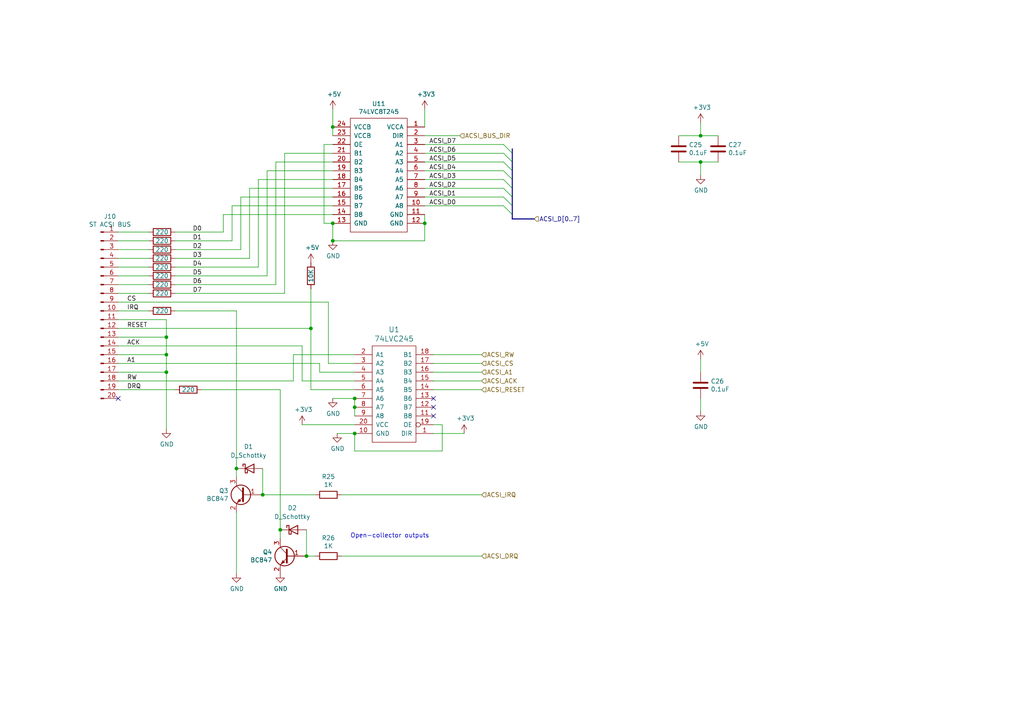
<source format=kicad_sch>
(kicad_sch (version 20230121) (generator eeschema)
  (paper "A4")
  (title_block (title "ACSI bus; level translators") (rev "1.0"))
  (lib_symbols
    (symbol "AtariHDisk3-rescue:74LS245-simon-AtariHDisk2-rescue" (pin_names (offset 1.016))
      (property "Reference" "U" (at 0 -16.51 0))
      (property "Value" "74LS245-simon-AtariHDisk2-rescue" (at 0 13.97 0))
      (symbol "74LS245-simon-AtariHDisk2-rescue_0_1"
        (rectangle (start -6.35 12.7) (end 6.35 -15.24))
      )
      (symbol "74LS245-simon-AtariHDisk2-rescue_1_1"
        (pin input line (at 11.43 -12.7 180) (length 5.08) (name "DIR") (number "1"))
        (pin power_in line (at -11.43 -12.7 0) (length 5.08) (name "GND") (number "10"))
        (pin bidirectional line (at 11.43 -7.62 180) (length 5.08) (name "B8") (number "11"))
        (pin bidirectional line (at 11.43 -5.08 180) (length 5.08) (name "B7") (number "12"))
        (pin bidirectional line (at 11.43 -2.54 180) (length 5.08) (name "B6") (number "13"))
        (pin bidirectional line (at 11.43 0 180) (length 5.08) (name "B5") (number "14"))
        (pin bidirectional line (at 11.43 2.54 180) (length 5.08) (name "B4") (number "15"))
        (pin bidirectional line (at 11.43 5.08 180) (length 5.08) (name "B3") (number "16"))
        (pin bidirectional line (at 11.43 7.62 180) (length 5.08) (name "B2") (number "17"))
        (pin bidirectional line (at 11.43 10.16 180) (length 5.08) (name "B1") (number "18"))
        (pin bidirectional inverted (at 11.43 -10.16 180) (length 5.08) (name "OE") (number "19"))
        (pin bidirectional line (at -11.43 10.16 0) (length 5.08) (name "A1") (number "2"))
        (pin power_in line (at -11.43 -10.16 0) (length 5.08) (name "VCC") (number "20"))
        (pin bidirectional line (at -11.43 7.62 0) (length 5.08) (name "A2") (number "3"))
        (pin bidirectional line (at -11.43 5.08 0) (length 5.08) (name "A3") (number "4"))
        (pin bidirectional line (at -11.43 2.54 0) (length 5.08) (name "A4") (number "5"))
        (pin bidirectional line (at -11.43 0 0) (length 5.08) (name "A5") (number "6"))
        (pin bidirectional line (at -11.43 -2.54 0) (length 5.08) (name "A6") (number "7"))
        (pin bidirectional line (at -11.43 -5.08 0) (length 5.08) (name "A7") (number "8"))
        (pin bidirectional line (at -11.43 -7.62 0) (length 5.08) (name "A8") (number "9"))
      )
    )
    (symbol "AtariHDisk4-rescue:+3.3V-power" (power) (pin_names (offset 0))
      (property "Value" "+3.3V-power" (at 0 3.556 0))
      (symbol "+3.3V-power_0_1"
        (polyline (pts (xy -0.762 1.27) (xy 0 2.54)))
        (polyline (pts (xy 0 0) (xy 0 2.54)))
        (polyline (pts (xy 0 2.54) (xy 0.762 1.27)))
      )
      (symbol "+3.3V-power_1_1"
        (pin power_in line (at 0 0 90) (length 0) hide (name "+3V3") (number "1"))
      )
    )
    (symbol "AtariHDisk4-rescue:74LVC8T245-simon" (pin_names (offset 1.016))
      (property "Reference" "U" (at 2.54 -1.27 0))
      (property "Value" "simon_74LVC8T245" (at 7.62 -36.83 0))
      (symbol "74LVC8T245-simon_0_1"
        (rectangle (start 0 -2.54) (end 16.51 -35.56))
      )
      (symbol "74LVC8T245-simon_1_1"
        (pin power_in line (at -5.08 -5.08 0) (length 5.08) (name "VCCA") (number "1"))
        (pin bidirectional line (at -5.08 -27.94 0) (length 5.08) (name "A8") (number "10"))
        (pin power_in line (at -5.08 -30.48 0) (length 5.08) (name "GND") (number "11"))
        (pin power_in line (at -5.08 -33.02 0) (length 5.08) (name "GND") (number "12"))
        (pin power_in line (at 21.59 -33.02 180) (length 5.08) (name "GND") (number "13"))
        (pin bidirectional line (at 21.59 -30.48 180) (length 5.08) (name "B8") (number "14"))
        (pin bidirectional line (at 21.59 -27.94 180) (length 5.08) (name "B7") (number "15"))
        (pin bidirectional line (at 21.59 -25.4 180) (length 5.08) (name "B6") (number "16"))
        (pin bidirectional line (at 21.59 -22.86 180) (length 5.08) (name "B5") (number "17"))
        (pin bidirectional line (at 21.59 -20.32 180) (length 5.08) (name "B4") (number "18"))
        (pin bidirectional line (at 21.59 -17.78 180) (length 5.08) (name "B3") (number "19"))
        (pin input line (at -5.08 -7.62 0) (length 5.08) (name "DIR") (number "2"))
        (pin bidirectional line (at 21.59 -15.24 180) (length 5.08) (name "B2") (number "20"))
        (pin bidirectional line (at 21.59 -12.7 180) (length 5.08) (name "B1") (number "21"))
        (pin input line (at 21.59 -10.16 180) (length 5.08) (name "OE") (number "22"))
        (pin power_in line (at 21.59 -7.62 180) (length 5.08) (name "VCCB") (number "23"))
        (pin power_in line (at 21.59 -5.08 180) (length 5.08) (name "VCCB") (number "24"))
        (pin bidirectional line (at -5.08 -10.16 0) (length 5.08) (name "A1") (number "3"))
        (pin bidirectional line (at -5.08 -12.7 0) (length 5.08) (name "A2") (number "4"))
        (pin bidirectional line (at -5.08 -15.24 0) (length 5.08) (name "A3") (number "5"))
        (pin bidirectional line (at -5.08 -17.78 0) (length 5.08) (name "A4") (number "6"))
        (pin bidirectional line (at -5.08 -20.32 0) (length 5.08) (name "A5") (number "7"))
        (pin bidirectional line (at -5.08 -22.86 0) (length 5.08) (name "A6") (number "8"))
        (pin bidirectional line (at -5.08 -25.4 0) (length 5.08) (name "A7") (number "9"))
      )
    )
    (symbol "AtariHDisk4-rescue:Conn_01x20_Male-Connector" (pin_names (offset 1.016) hide)
      (property "Reference" "J" (at 0 25.4 0))
      (property "Value" "Connector_Conn_01x20_Male" (at 0 -27.94 0))
      (symbol "Conn_01x20_Male-Connector_1_1"
        (polyline (pts (xy 1.27 -25.4) (xy 0.8636 -25.4)) (stroke (width 0.1524)))
        (polyline (pts (xy 1.27 -22.86) (xy 0.8636 -22.86)) (stroke (width 0.1524)))
        (polyline (pts (xy 1.27 -20.32) (xy 0.8636 -20.32)) (stroke (width 0.1524)))
        (polyline (pts (xy 1.27 -17.78) (xy 0.8636 -17.78)) (stroke (width 0.1524)))
        (polyline (pts (xy 1.27 -15.24) (xy 0.8636 -15.24)) (stroke (width 0.1524)))
        (polyline (pts (xy 1.27 -12.7) (xy 0.8636 -12.7)) (stroke (width 0.1524)))
        (polyline (pts (xy 1.27 -10.16) (xy 0.8636 -10.16)) (stroke (width 0.1524)))
        (polyline (pts (xy 1.27 -7.62) (xy 0.8636 -7.62)) (stroke (width 0.1524)))
        (polyline (pts (xy 1.27 -5.08) (xy 0.8636 -5.08)) (stroke (width 0.1524)))
        (polyline (pts (xy 1.27 -2.54) (xy 0.8636 -2.54)) (stroke (width 0.1524)))
        (polyline (pts (xy 1.27 0) (xy 0.8636 0)) (stroke (width 0.1524)))
        (polyline (pts (xy 1.27 2.54) (xy 0.8636 2.54)) (stroke (width 0.1524)))
        (polyline (pts (xy 1.27 5.08) (xy 0.8636 5.08)) (stroke (width 0.1524)))
        (polyline (pts (xy 1.27 7.62) (xy 0.8636 7.62)) (stroke (width 0.1524)))
        (polyline (pts (xy 1.27 10.16) (xy 0.8636 10.16)) (stroke (width 0.1524)))
        (polyline (pts (xy 1.27 12.7) (xy 0.8636 12.7)) (stroke (width 0.1524)))
        (polyline (pts (xy 1.27 15.24) (xy 0.8636 15.24)) (stroke (width 0.1524)))
        (polyline (pts (xy 1.27 17.78) (xy 0.8636 17.78)) (stroke (width 0.1524)))
        (polyline (pts (xy 1.27 20.32) (xy 0.8636 20.32)) (stroke (width 0.1524)))
        (polyline (pts (xy 1.27 22.86) (xy 0.8636 22.86)) (stroke (width 0.1524)))
        (rectangle (start 0.8636 -25.273) (end 0 -25.527) (stroke (width 0.1524)) (fill (type outline)))
        (rectangle (start 0.8636 -22.733) (end 0 -22.987) (stroke (width 0.1524)) (fill (type outline)))
        (rectangle (start 0.8636 -20.193) (end 0 -20.447) (stroke (width 0.1524)) (fill (type outline)))
        (rectangle (start 0.8636 -17.653) (end 0 -17.907) (stroke (width 0.1524)) (fill (type outline)))
        (rectangle (start 0.8636 -15.113) (end 0 -15.367) (stroke (width 0.1524)) (fill (type outline)))
        (rectangle (start 0.8636 -12.573) (end 0 -12.827) (stroke (width 0.1524)) (fill (type outline)))
        (rectangle (start 0.8636 -10.033) (end 0 -10.287) (stroke (width 0.1524)) (fill (type outline)))
        (rectangle (start 0.8636 -7.493) (end 0 -7.747) (stroke (width 0.1524)) (fill (type outline)))
        (rectangle (start 0.8636 -4.953) (end 0 -5.207) (stroke (width 0.1524)) (fill (type outline)))
        (rectangle (start 0.8636 -2.413) (end 0 -2.667) (stroke (width 0.1524)) (fill (type outline)))
        (rectangle (start 0.8636 0.127) (end 0 -0.127) (stroke (width 0.1524)) (fill (type outline)))
        (rectangle (start 0.8636 2.667) (end 0 2.413) (stroke (width 0.1524)) (fill (type outline)))
        (rectangle (start 0.8636 5.207) (end 0 4.953) (stroke (width 0.1524)) (fill (type outline)))
        (rectangle (start 0.8636 7.747) (end 0 7.493) (stroke (width 0.1524)) (fill (type outline)))
        (rectangle (start 0.8636 10.287) (end 0 10.033) (stroke (width 0.1524)) (fill (type outline)))
        (rectangle (start 0.8636 12.827) (end 0 12.573) (stroke (width 0.1524)) (fill (type outline)))
        (rectangle (start 0.8636 15.367) (end 0 15.113) (stroke (width 0.1524)) (fill (type outline)))
        (rectangle (start 0.8636 17.907) (end 0 17.653) (stroke (width 0.1524)) (fill (type outline)))
        (rectangle (start 0.8636 20.447) (end 0 20.193) (stroke (width 0.1524)) (fill (type outline)))
        (rectangle (start 0.8636 22.987) (end 0 22.733) (stroke (width 0.1524)) (fill (type outline)))
        (pin passive line (at 5.08 22.86 180) (length 3.81) (name "Pin_1") (number "1"))
        (pin passive line (at 5.08 0 180) (length 3.81) (name "Pin_10") (number "10"))
        (pin passive line (at 5.08 -2.54 180) (length 3.81) (name "Pin_11") (number "11"))
        (pin passive line (at 5.08 -5.08 180) (length 3.81) (name "Pin_12") (number "12"))
        (pin passive line (at 5.08 -7.62 180) (length 3.81) (name "Pin_13") (number "13"))
        (pin passive line (at 5.08 -10.16 180) (length 3.81) (name "Pin_14") (number "14"))
        (pin passive line (at 5.08 -12.7 180) (length 3.81) (name "Pin_15") (number "15"))
        (pin passive line (at 5.08 -15.24 180) (length 3.81) (name "Pin_16") (number "16"))
        (pin passive line (at 5.08 -17.78 180) (length 3.81) (name "Pin_17") (number "17"))
        (pin passive line (at 5.08 -20.32 180) (length 3.81) (name "Pin_18") (number "18"))
        (pin passive line (at 5.08 -22.86 180) (length 3.81) (name "Pin_19") (number "19"))
        (pin passive line (at 5.08 20.32 180) (length 3.81) (name "Pin_2") (number "2"))
        (pin passive line (at 5.08 -25.4 180) (length 3.81) (name "Pin_20") (number "20"))
        (pin passive line (at 5.08 17.78 180) (length 3.81) (name "Pin_3") (number "3"))
        (pin passive line (at 5.08 15.24 180) (length 3.81) (name "Pin_4") (number "4"))
        (pin passive line (at 5.08 12.7 180) (length 3.81) (name "Pin_5") (number "5"))
        (pin passive line (at 5.08 10.16 180) (length 3.81) (name "Pin_6") (number "6"))
        (pin passive line (at 5.08 7.62 180) (length 3.81) (name "Pin_7") (number "7"))
        (pin passive line (at 5.08 5.08 180) (length 3.81) (name "Pin_8") (number "8"))
        (pin passive line (at 5.08 2.54 180) (length 3.81) (name "Pin_9") (number "9"))
      )
    )
    (symbol "Device:C" (pin_numbers hide) (pin_names (offset 0.254))
      (property "Reference" "C" (at 0.635 2.54 0))
      (property "Value" "C" (at 0.635 -2.54 0))
      (symbol "C_0_1"
        (polyline (pts (xy -2.032 -0.762) (xy 2.032 -0.762)) (stroke (width 0.508)))
        (polyline (pts (xy -2.032 0.762) (xy 2.032 0.762)) (stroke (width 0.508)))
      )
      (symbol "C_1_1"
        (pin passive line (at 0 3.81 270) (length 2.794) (name "~") (number "1"))
        (pin passive line (at 0 -3.81 90) (length 2.794) (name "~") (number "2"))
      )
    )
    (symbol "Device:D_Schottky" (pin_numbers hide) (pin_names (offset 1.016) hide)
      (property "Reference" "D" (at 0 2.54 0))
      (property "Value" "D_Schottky" (at 0 -2.54 0))
      (symbol "D_Schottky_0_1"
        (polyline (pts (xy 1.27 0) (xy -1.27 0)))
        (polyline (pts (xy 1.27 1.27) (xy 1.27 -1.27) (xy -1.27 0) (xy 1.27 1.27)) (stroke (width 0.254)))
        (polyline (pts (xy -1.905 0.635) (xy -1.905 1.27) (xy -1.27 1.27) (xy -1.27 -1.27) (xy -0.635 -1.27) (xy -0.635 -0.635)) (stroke (width 0.254)))
      )
      (symbol "D_Schottky_1_1"
        (pin passive line (at -3.81 0 0) (length 2.54) (name "K") (number "1"))
        (pin passive line (at 3.81 0 180) (length 2.54) (name "A") (number "2"))
      )
    )
    (symbol "Device:R" (pin_numbers hide) (pin_names (offset 0))
      (property "Reference" "R" (at 2.032 0 90))
      (property "Value" "R" (at 0 0 90))
      (symbol "R_0_1"
        (rectangle (start -1.016 -2.54) (end 1.016 2.54) (stroke (width 0.254)))
      )
      (symbol "R_1_1"
        (pin passive line (at 0 3.81 270) (length 1.27) (name "~") (number "1"))
        (pin passive line (at 0 -3.81 90) (length 1.27) (name "~") (number "2"))
      )
    )
    (symbol "Transistor_BJT:BC847" (pin_names (offset 0) hide)
      (property "Reference" "Q" (at 5.08 1.905 0))
      (property "Value" "BC847" (at 5.08 0 0))
      (symbol "BC847_0_1"
        (polyline (pts (xy 0.635 0.635) (xy 2.54 2.54)))
        (polyline (pts (xy 0.635 -0.635) (xy 2.54 -2.54) (xy 2.54 -2.54)))
        (polyline (pts (xy 0.635 1.905) (xy 0.635 -1.905) (xy 0.635 -1.905)) (stroke (width 0.508)))
        (polyline (pts (xy 1.27 -1.778) (xy 1.778 -1.27) (xy 2.286 -2.286) (xy 1.27 -1.778) (xy 1.27 -1.778)) (fill (type outline)))
        (circle (center 1.27 0) (radius 2.8194) (stroke (width 0.254)))
      )
      (symbol "BC847_1_1"
        (pin input line (at -5.08 0 0) (length 5.715) (name "B") (number "1"))
        (pin passive line (at 2.54 -5.08 90) (length 2.54) (name "E") (number "2"))
        (pin passive line (at 2.54 5.08 270) (length 2.54) (name "C") (number "3"))
      )
    )
    (symbol "power:+5V" (power) (pin_names (offset 0))
      (property "Value" "+5V" (at 0 3.556 0))
      (symbol "+5V_0_1"
        (polyline (pts (xy -0.762 1.27) (xy 0 2.54)))
        (polyline (pts (xy 0 0) (xy 0 2.54)))
        (polyline (pts (xy 0 2.54) (xy 0.762 1.27)))
      )
      (symbol "+5V_1_1"
        (pin power_in line (at 0 0 90) (length 0) hide (name "+5V") (number "1"))
      )
    )
    (symbol "power:GND" (power) (pin_names (offset 0))
      (property "Value" "GND" (at 0 -3.81 0))
      (symbol "GND_0_1"
        (polyline (pts (xy 0 0) (xy 0 -1.27) (xy 1.27 -1.27) (xy 0 -2.54) (xy -1.27 -1.27) (xy 0 -1.27)))
      )
      (symbol "GND_1_1"
        (pin power_in line (at 0 0 270) (length 0) hide (name "GND") (number "1"))
      )
    )
  )
  (junction (at 90.17 95.25))
  (junction (at 102.87 118.11))
  (junction (at 96.52 64.77))
  (junction (at 48.26 102.87))
  (junction (at 76.2 143.51))
  (junction (at 68.58 135.89))
  (junction (at 203.2 46.99))
  (junction (at 102.87 115.57))
  (junction (at 96.52 69.85))
  (junction (at 81.28 153.67))
  (junction (at 203.2 39.37))
  (junction (at 96.52 36.83))
  (junction (at 102.87 125.73))
  (junction (at 123.19 64.77))
  (junction (at 48.26 97.79))
  (junction (at 88.9 161.29))
  (junction (at 48.26 107.95))
  (no_connect (at 125.73 115.57))
  (no_connect (at 34.29 115.57))
  (no_connect (at 125.73 120.65))
  (no_connect (at 125.73 118.11))
  (bus_entry (at 146.05 46.99) (size 2.54 2.54))
  (bus_entry (at 146.05 49.53) (size 2.54 2.54))
  (bus_entry (at 146.05 59.69) (size 2.54 2.54))
  (bus_entry (at 146.05 57.15) (size 2.54 2.54))
  (bus_entry (at 146.05 41.91) (size 2.54 2.54))
  (bus_entry (at 146.05 44.45) (size 2.54 2.54))
  (bus_entry (at 146.05 52.07) (size 2.54 2.54))
  (bus_entry (at 146.05 54.61) (size 2.54 2.54))
  (wire (pts (xy 102.87 115.57) (xy 102.87 118.11)))
  (bus (pts (xy 148.59 52.07) (xy 148.59 54.61)))
  (wire (pts (xy 69.85 57.15) (xy 96.52 57.15)))
  (wire (pts (xy 93.98 64.77) (xy 96.52 64.77)))
  (wire (pts (xy 50.8 80.01) (xy 77.47 80.01)))
  (bus (pts (xy 148.59 59.69) (xy 148.59 62.23)))
  (wire (pts (xy 50.8 82.55) (xy 80.01 82.55)))
  (wire (pts (xy 123.19 69.85) (xy 123.19 64.77)))
  (wire (pts (xy 91.44 143.51) (xy 76.2 143.51)))
  (wire (pts (xy 125.73 102.87) (xy 139.7 102.87)))
  (wire (pts (xy 87.63 110.49) (xy 102.87 110.49)))
  (wire (pts (xy 34.29 100.33) (xy 87.63 100.33)))
  (wire (pts (xy 58.42 113.03) (xy 81.28 113.03)))
  (wire (pts (xy 50.8 77.47) (xy 74.93 77.47)))
  (wire (pts (xy 34.29 113.03) (xy 50.8 113.03)))
  (wire (pts (xy 102.87 113.03) (xy 90.17 113.03)))
  (wire (pts (xy 68.58 135.89) (xy 68.58 90.17)))
  (wire (pts (xy 87.63 123.19) (xy 102.87 123.19)))
  (wire (pts (xy 72.39 74.93) (xy 72.39 54.61)))
  (wire (pts (xy 34.29 107.95) (xy 48.26 107.95)))
  (wire (pts (xy 50.8 90.17) (xy 68.58 90.17)))
  (wire (pts (xy 99.06 143.51) (xy 139.7 143.51)))
  (wire (pts (xy 95.25 105.41) (xy 102.87 105.41)))
  (wire (pts (xy 43.18 69.85) (xy 34.29 69.85)))
  (wire (pts (xy 96.52 39.37) (xy 96.52 36.83)))
  (wire (pts (xy 43.18 82.55) (xy 34.29 82.55)))
  (wire (pts (xy 88.9 161.29) (xy 91.44 161.29)))
  (wire (pts (xy 99.06 161.29) (xy 139.7 161.29)))
  (wire (pts (xy 76.2 135.89) (xy 76.2 143.51)))
  (wire (pts (xy 87.63 100.33) (xy 87.63 110.49)))
  (wire (pts (xy 95.25 87.63) (xy 95.25 105.41)))
  (wire (pts (xy 69.85 72.39) (xy 69.85 57.15)))
  (wire (pts (xy 80.01 82.55) (xy 80.01 46.99)))
  (wire (pts (xy 203.2 35.56) (xy 203.2 39.37)))
  (wire (pts (xy 123.19 64.77) (xy 123.19 62.23)))
  (wire (pts (xy 128.27 130.81) (xy 102.87 130.81)))
  (wire (pts (xy 82.55 44.45) (xy 96.52 44.45)))
  (wire (pts (xy 34.29 85.09) (xy 43.18 85.09)))
  (wire (pts (xy 125.73 113.03) (xy 139.7 113.03)))
  (wire (pts (xy 125.73 105.41) (xy 139.7 105.41)))
  (wire (pts (xy 34.29 87.63) (xy 95.25 87.63)))
  (wire (pts (xy 81.28 153.67) (xy 81.28 156.21)))
  (wire (pts (xy 34.29 92.71) (xy 48.26 92.71)))
  (wire (pts (xy 85.09 102.87) (xy 102.87 102.87)))
  (wire (pts (xy 85.09 102.87) (xy 85.09 110.49)))
  (wire (pts (xy 92.71 105.41) (xy 92.71 107.95)))
  (wire (pts (xy 50.8 74.93) (xy 72.39 74.93)))
  (wire (pts (xy 74.93 77.47) (xy 74.93 52.07)))
  (wire (pts (xy 123.19 57.15) (xy 146.05 57.15)))
  (wire (pts (xy 48.26 97.79) (xy 48.26 102.87)))
  (bus (pts (xy 148.59 44.45) (xy 148.59 46.99)))
  (wire (pts (xy 67.31 69.85) (xy 67.31 59.69)))
  (wire (pts (xy 77.47 80.01) (xy 77.47 49.53)))
  (bus (pts (xy 148.59 43.18) (xy 148.59 44.45)))
  (wire (pts (xy 48.26 107.95) (xy 48.26 124.46)))
  (wire (pts (xy 34.29 95.25) (xy 90.17 95.25)))
  (wire (pts (xy 64.77 67.31) (xy 64.77 62.23)))
  (wire (pts (xy 80.01 46.99) (xy 96.52 46.99)))
  (wire (pts (xy 123.19 39.37) (xy 133.35 39.37)))
  (wire (pts (xy 88.9 153.67) (xy 88.9 161.29)))
  (wire (pts (xy 81.28 113.03) (xy 81.28 153.67)))
  (wire (pts (xy 123.19 31.75) (xy 123.19 36.83)))
  (wire (pts (xy 96.52 31.75) (xy 96.52 36.83)))
  (wire (pts (xy 50.8 69.85) (xy 67.31 69.85)))
  (wire (pts (xy 68.58 148.59) (xy 68.58 166.37)))
  (wire (pts (xy 203.2 39.37) (xy 208.28 39.37)))
  (wire (pts (xy 123.19 41.91) (xy 146.05 41.91)))
  (wire (pts (xy 125.73 125.73) (xy 134.62 125.73)))
  (bus (pts (xy 148.59 57.15) (xy 148.59 59.69)))
  (wire (pts (xy 43.18 72.39) (xy 34.29 72.39)))
  (wire (pts (xy 90.17 83.82) (xy 90.17 95.25)))
  (wire (pts (xy 34.29 90.17) (xy 43.18 90.17)))
  (bus (pts (xy 154.94 63.5) (xy 148.59 63.5)))
  (wire (pts (xy 64.77 62.23) (xy 96.52 62.23)))
  (wire (pts (xy 34.29 102.87) (xy 48.26 102.87)))
  (wire (pts (xy 50.8 67.31) (xy 64.77 67.31)))
  (wire (pts (xy 82.55 85.09) (xy 82.55 44.45)))
  (wire (pts (xy 203.2 46.99) (xy 208.28 46.99)))
  (wire (pts (xy 196.85 39.37) (xy 203.2 39.37)))
  (wire (pts (xy 102.87 118.11) (xy 102.87 120.65)))
  (wire (pts (xy 123.19 49.53) (xy 146.05 49.53)))
  (wire (pts (xy 43.18 74.93) (xy 34.29 74.93)))
  (bus (pts (xy 148.59 49.53) (xy 148.59 52.07)))
  (wire (pts (xy 96.52 69.85) (xy 123.19 69.85)))
  (wire (pts (xy 123.19 52.07) (xy 146.05 52.07)))
  (wire (pts (xy 92.71 107.95) (xy 102.87 107.95)))
  (wire (pts (xy 125.73 110.49) (xy 139.7 110.49)))
  (wire (pts (xy 74.93 52.07) (xy 96.52 52.07)))
  (wire (pts (xy 72.39 54.61) (xy 96.52 54.61)))
  (wire (pts (xy 123.19 59.69) (xy 146.05 59.69)))
  (wire (pts (xy 50.8 72.39) (xy 69.85 72.39)))
  (wire (pts (xy 48.26 102.87) (xy 48.26 107.95)))
  (wire (pts (xy 93.98 41.91) (xy 93.98 64.77)))
  (wire (pts (xy 96.52 41.91) (xy 93.98 41.91)))
  (wire (pts (xy 203.2 50.8) (xy 203.2 46.99)))
  (wire (pts (xy 77.47 49.53) (xy 96.52 49.53)))
  (wire (pts (xy 34.29 105.41) (xy 92.71 105.41)))
  (wire (pts (xy 123.19 46.99) (xy 146.05 46.99)))
  (wire (pts (xy 67.31 59.69) (xy 96.52 59.69)))
  (bus (pts (xy 148.59 46.99) (xy 148.59 49.53)))
  (wire (pts (xy 50.8 85.09) (xy 82.55 85.09)))
  (wire (pts (xy 43.18 80.01) (xy 34.29 80.01)))
  (wire (pts (xy 68.58 135.89) (xy 68.58 138.43)))
  (wire (pts (xy 196.85 46.99) (xy 203.2 46.99)))
  (wire (pts (xy 97.79 125.73) (xy 102.87 125.73)))
  (wire (pts (xy 96.52 64.77) (xy 96.52 69.85)))
  (wire (pts (xy 203.2 119.38) (xy 203.2 115.57)))
  (wire (pts (xy 125.73 123.19) (xy 128.27 123.19)))
  (wire (pts (xy 34.29 97.79) (xy 48.26 97.79)))
  (wire (pts (xy 123.19 44.45) (xy 146.05 44.45)))
  (wire (pts (xy 125.73 107.95) (xy 139.7 107.95)))
  (bus (pts (xy 148.59 62.23) (xy 148.59 63.5)))
  (wire (pts (xy 96.52 115.57) (xy 102.87 115.57)))
  (wire (pts (xy 128.27 123.19) (xy 128.27 130.81)))
  (wire (pts (xy 34.29 110.49) (xy 85.09 110.49)))
  (wire (pts (xy 102.87 130.81) (xy 102.87 125.73)))
  (wire (pts (xy 43.18 77.47) (xy 34.29 77.47)))
  (wire (pts (xy 203.2 104.14) (xy 203.2 107.95)))
  (wire (pts (xy 48.26 92.71) (xy 48.26 97.79)))
  (wire (pts (xy 123.19 54.61) (xy 146.05 54.61)))
  (wire (pts (xy 43.18 67.31) (xy 34.29 67.31)))
  (wire (pts (xy 90.17 113.03) (xy 90.17 95.25)))
  (bus (pts (xy 148.59 54.61) (xy 148.59 57.15)))
  (text "Open-collector outputs" (at 101.6 156.21 0) (effects (font (size 1.27 1.27)) (justify left bottom)))
  (label "ACSI_D3" (at 124.46 52.07 0))
  (label "D0" (at 55.88 67.31 0))
  (label "ACSI_D6" (at 124.46 44.45 0))
  (label "D7" (at 55.88 85.09 0))
  (label "ACSI_D1" (at 124.46 57.15 0))
  (label "ACSI_D2" (at 124.46 54.61 0))
  (label "ACSI_D7" (at 124.46 41.91 0))
  (label "RESET" (at 36.83 95.25 0))
  (label "ACSI_D0" (at 124.46 59.69 0))
  (label "D3" (at 55.88 74.93 0))
  (label "DRQ" (at 36.83 113.03 0))
  (label "D4" (at 55.88 77.47 0))
  (label "D6" (at 55.88 82.55 0))
  (label "ACK" (at 36.83 100.33 0))
  (label "IRQ" (at 36.83 90.17 0))
  (label "D2" (at 55.88 72.39 0))
  (label "ACSI_D4" (at 124.46 49.53 0))
  (label "D1" (at 55.88 69.85 0))
  (label "CS" (at 36.83 87.63 0))
  (label "RW" (at 36.83 110.49 0))
  (label "D5" (at 55.88 80.01 0))
  (label "ACSI_D5" (at 124.46 46.99 0))
  (label "A1" (at 36.83 105.41 0))
  (hierarchical_label "ACSI_RESET" (shape input) (at 139.7 113.03 0))
  (hierarchical_label "ACSI_IRQ" (shape input) (at 139.7 143.51 0))
  (hierarchical_label "ACSI_RW" (shape input) (at 139.7 102.87 0))
  (hierarchical_label "ACSI_ACK" (shape input) (at 139.7 110.49 0))
  (hierarchical_label "ACSI_CS" (shape input) (at 139.7 105.41 0))
  (hierarchical_label "ACSI_DRQ" (shape input) (at 139.7 161.29 0))
  (hierarchical_label "ACSI_A1" (shape input) (at 139.7 107.95 0))
  (hierarchical_label "ACSI_D[0..7]" (shape input) (at 154.94 63.5 0))
  (hierarchical_label "ACSI_BUS_DIR" (shape input) (at 133.35 39.37 0))
  (symbol (lib_id "Device:D_Schottky") (at 85.09 153.67 0) (unit 1)
    (property "Reference" "D2" (at 84.7725 147.32 0))
    (property "Value" "D_Schottky" (at 84.7725 149.86 0))
    (property "Footprint" "Diode_SMD:D_1206_3216Metric" (effects hide))
  )
  (symbol (lib_id "power:+5V") (at 203.2 104.14 0) (unit 1)
    (property "Reference" "#PWR046" (effects hide))
    (property "Value" "+5V" (at 203.581 99.7458 0))
  )
  (symbol (lib_id "AtariHDisk4-rescue:+3.3V-power") (at 123.19 31.75 0) (unit 1)
    (property "Reference" "#PWR042" (effects hide))
    (property "Value" "+3.3V" (at 123.571 27.3558 0))
  )
  (symbol (lib_id "Device:R") (at 46.99 85.09 270) (unit 1)
    (property "Reference" "R24" (effects hide))
    (property "Value" "220" (at 46.99 85.09 90))
    (property "Footprint" "Resistor_SMD:R_0805_2012Metric" (effects hide))
  )
  (symbol (lib_id "Device:R") (at 46.99 72.39 270) (unit 1)
    (property "Reference" "R19" (effects hide))
    (property "Value" "220" (at 46.99 72.39 90))
    (property "Footprint" "Resistor_SMD:R_0805_2012Metric" (effects hide))
  )
  (symbol (lib_id "AtariHDisk3-rescue:74LS245-simon-AtariHDisk2-rescue") (at 114.3 113.03 0) (unit 1)
    (property "Reference" "U1" (at 114.3 95.5802 0) (effects (font (size 1.524 1.524))))
    (property "Value" "74LVC245" (at 114.3 98.2726 0) (effects (font (size 1.524 1.524))))
    (property "Footprint" "Package_SO:TSSOP-20_4.4x6.5mm_P0.65mm" (effects hide))
  )
  (symbol (lib_id "Device:C") (at 208.28 43.18 0) (unit 1)
    (property "Reference" "C27" (at 211.201 42.0116 0) (effects (justify left)))
    (property "Value" "0.1uF" (at 211.201 44.323 0) (effects (justify left)))
    (property "Footprint" "Capacitor_SMD:C_0603_1608Metric" (effects hide))
  )
  (symbol (lib_id "power:GND") (at 203.2 119.38 0) (unit 1)
    (property "Reference" "#PWR047" (effects hide))
    (property "Value" "GND" (at 203.327 123.7742 0))
  )
  (symbol (lib_id "Transistor_BJT:BC847") (at 71.12 143.51 0) (mirror y) (unit 1)
    (property "Reference" "Q3" (at 66.2686 142.3416 0) (effects (justify left)))
    (property "Value" "BC847" (at 66.2686 144.653 0) (effects (justify left)))
    (property "Footprint" "Package_TO_SOT_SMD:SOT-23" (effects hide))
    (property "Datasheet" "http://www.infineon.com/dgdl/Infineon-BC847SERIES_BC848SERIES_BC849SERIES_BC850SERIES-DS-v01_01-en.pdf?fileId=db3a304314dca389011541d4630a1657" (effects hide))
  )
  (symbol (lib_id "power:GND") (at 97.79 125.73 0) (unit 1)
    (property "Reference" "#PWR039" (effects hide))
    (property "Value" "GND" (at 97.917 130.1242 0))
  )
  (symbol (lib_id "power:+5V") (at 96.52 31.75 0) (unit 1)
    (property "Reference" "#PWR040" (effects hide))
    (property "Value" "+5V" (at 96.901 27.3558 0))
  )
  (symbol (lib_id "Device:R") (at 95.25 143.51 270) (unit 1)
    (property "Reference" "R25" (at 95.25 138.2522 90))
    (property "Value" "1K" (at 95.25 140.5636 90))
    (property "Footprint" "Resistor_SMD:R_0805_2012Metric" (effects hide))
  )
  (symbol (lib_id "Device:D_Schottky") (at 72.39 135.89 0) (unit 1)
    (property "Reference" "D1" (at 72.0725 129.54 0))
    (property "Value" "D_Schottky" (at 72.0725 132.08 0))
    (property "Footprint" "Diode_SMD:D_1206_3216Metric" (effects hide))
  )
  (symbol (lib_id "power:GND") (at 68.58 166.37 0) (unit 1)
    (property "Reference" "#PWR036" (effects hide))
    (property "Value" "GND" (at 68.707 170.7642 0))
  )
  (symbol (lib_id "power:GND") (at 48.26 124.46 0) (unit 1)
    (property "Reference" "#PWR035" (effects hide))
    (property "Value" "GND" (at 48.387 128.8542 0))
  )
  (symbol (lib_id "Device:R") (at 46.99 67.31 270) (unit 1)
    (property "Reference" "R14" (effects hide))
    (property "Value" "220" (at 46.99 67.31 90))
    (property "Footprint" "Resistor_SMD:R_0805_2012Metric" (effects hide))
  )
  (symbol (lib_id "AtariHDisk4-rescue:+3.3V-power") (at 87.63 123.19 0) (unit 1)
    (property "Reference" "#PWR037" (effects hide))
    (property "Value" "+3.3V" (at 88.011 118.7958 0))
  )
  (symbol (lib_id "power:GND") (at 203.2 50.8 0) (unit 1)
    (property "Reference" "#PWR045" (effects hide))
    (property "Value" "GND" (at 203.327 55.1942 0))
  )
  (symbol (lib_id "Transistor_BJT:BC847") (at 83.82 161.29 0) (mirror y) (unit 1)
    (property "Reference" "Q4" (at 78.9686 160.1216 0) (effects (justify left)))
    (property "Value" "BC847" (at 78.9686 162.433 0) (effects (justify left)))
    (property "Footprint" "Package_TO_SOT_SMD:SOT-23" (effects hide))
    (property "Datasheet" "http://www.infineon.com/dgdl/Infineon-BC847SERIES_BC848SERIES_BC849SERIES_BC850SERIES-DS-v01_01-en.pdf?fileId=db3a304314dca389011541d4630a1657" (effects hide))
  )
  (symbol (lib_id "Device:R") (at 54.61 113.03 270) (unit 1)
    (property "Reference" "R2" (effects hide))
    (property "Value" "220" (at 54.61 113.03 90))
    (property "Footprint" "Resistor_SMD:R_0805_2012Metric" (effects hide))
  )
  (symbol (lib_id "Device:R") (at 46.99 74.93 270) (unit 1)
    (property "Reference" "R20" (effects hide))
    (property "Value" "220" (at 46.99 74.93 90))
    (property "Footprint" "Resistor_SMD:R_0805_2012Metric" (effects hide))
  )
  (symbol (lib_id "Device:C") (at 203.2 111.76 0) (unit 1)
    (property "Reference" "C26" (at 206.121 110.5916 0) (effects (justify left)))
    (property "Value" "0.1uF" (at 206.121 112.903 0) (effects (justify left)))
    (property "Footprint" "Capacitor_SMD:C_0603_1608Metric" (effects hide))
  )
  (symbol (lib_id "power:GND") (at 81.28 166.37 0) (unit 1)
    (property "Reference" "#PWR048" (effects hide))
    (property "Value" "GND" (at 81.407 170.7642 0))
  )
  (symbol (lib_id "power:GND") (at 96.52 69.85 0) (unit 1)
    (property "Reference" "#PWR041" (effects hide))
    (property "Value" "GND" (at 96.647 74.2442 0))
  )
  (symbol (lib_id "Device:R") (at 90.17 80.01 0) (unit 1)
    (property "Reference" "R3" (effects hide))
    (property "Value" "10K" (at 90.17 80.01 90))
    (property "Footprint" "Resistor_SMD:R_0805_2012Metric" (effects hide))
  )
  (symbol (lib_id "power:GND") (at 96.52 115.57 0) (unit 1)
    (property "Reference" "#PWR038" (effects hide))
    (property "Value" "GND" (at 96.647 119.9642 0))
  )
  (symbol (lib_id "Device:R") (at 46.99 80.01 270) (unit 1)
    (property "Reference" "R22" (effects hide))
    (property "Value" "220" (at 46.99 80.01 90))
    (property "Footprint" "Resistor_SMD:R_0805_2012Metric" (effects hide))
  )
  (symbol (lib_id "Device:C") (at 196.85 43.18 0) (unit 1)
    (property "Reference" "C25" (at 199.771 42.0116 0) (effects (justify left)))
    (property "Value" "0.1uF" (at 199.771 44.323 0) (effects (justify left)))
    (property "Footprint" "Capacitor_SMD:C_0603_1608Metric" (effects hide))
  )
  (symbol (lib_id "Device:R") (at 95.25 161.29 270) (unit 1)
    (property "Reference" "R26" (at 95.25 156.0322 90))
    (property "Value" "1K" (at 95.25 158.3436 90))
    (property "Footprint" "Resistor_SMD:R_0805_2012Metric" (effects hide))
  )
  (symbol (lib_id "Device:R") (at 46.99 82.55 270) (unit 1)
    (property "Reference" "R23" (effects hide))
    (property "Value" "220" (at 46.99 82.55 90))
    (property "Footprint" "Resistor_SMD:R_0805_2012Metric" (effects hide))
  )
  (symbol (lib_id "AtariHDisk4-rescue:+3.3V-power") (at 134.62 125.73 0) (unit 1)
    (property "Reference" "#PWR043" (effects hide))
    (property "Value" "+3.3V" (at 135.001 121.3358 0))
  )
  (symbol (lib_id "Device:R") (at 46.99 69.85 270) (unit 1)
    (property "Reference" "R15" (effects hide))
    (property "Value" "220" (at 46.99 69.85 90))
    (property "Footprint" "Resistor_SMD:R_0805_2012Metric" (effects hide))
  )
  (symbol (lib_id "power:+5V") (at 90.17 76.2 0) (unit 1)
    (property "Reference" "#PWR054" (effects hide))
    (property "Value" "+5V" (at 90.551 71.8058 0))
  )
  (symbol (lib_id "AtariHDisk4-rescue:74LVC8T245-simon") (at 118.11 31.75 0) (mirror y) (unit 1)
    (property "Reference" "U11" (at 109.855 30.099 0))
    (property "Value" "74LVC8T245" (at 109.855 32.4104 0))
    (property "Footprint" "Package_SO:TSSOP-24_4.4x7.8mm_P0.65mm" (effects hide))
  )
  (symbol (lib_id "Device:R") (at 46.99 90.17 270) (unit 1)
    (property "Reference" "R1" (effects hide))
    (property "Value" "220" (at 46.99 90.17 90))
    (property "Footprint" "Resistor_SMD:R_0805_2012Metric" (effects hide))
  )
  (symbol (lib_id "Device:R") (at 46.99 77.47 270) (unit 1)
    (property "Reference" "R21" (effects hide))
    (property "Value" "220" (at 46.99 77.47 90))
    (property "Footprint" "Resistor_SMD:R_0805_2012Metric" (effects hide))
  )
  (symbol (lib_id "AtariHDisk4-rescue:Conn_01x20_Male-Connector") (at 29.21 90.17 0) (unit 1)
    (property "Reference" "J10" (at 31.9024 62.7888 0))
    (property "Value" "ST ACSI BUS" (at 31.9024 65.1002 0))
    (property "Footprint" "simon:IDC-Header_DB19_P2.54mm_Horizontal" (effects hide))
  )
  (symbol (lib_id "AtariHDisk4-rescue:+3.3V-power") (at 203.2 35.56 0) (unit 1)
    (property "Reference" "#PWR044" (effects hide))
    (property "Value" "+3.3V" (at 203.581 31.1658 0))
  )
)
</source>
